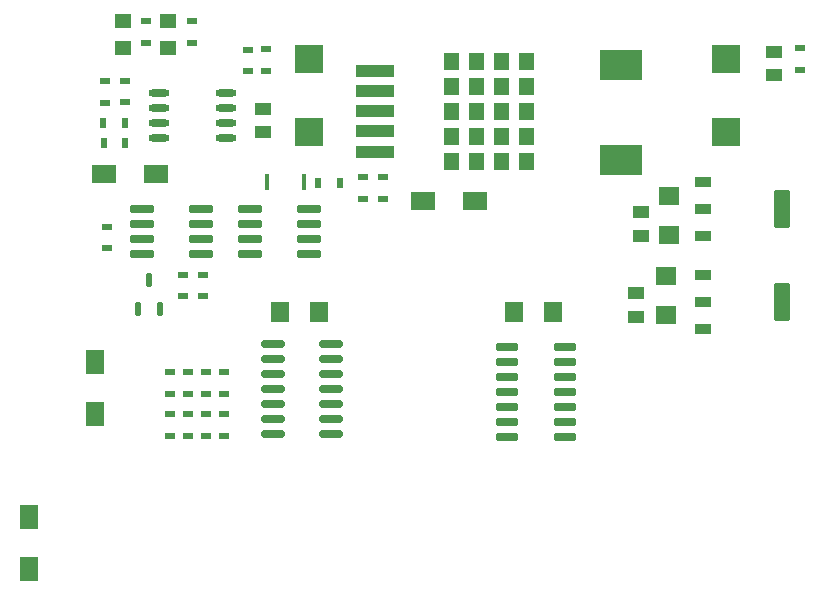
<source format=gtp>
G04*
G04 #@! TF.GenerationSoftware,Altium Limited,Altium Designer,20.2.6 (244)*
G04*
G04 Layer_Color=8421504*
%FSLAX24Y24*%
%MOIN*%
G70*
G04*
G04 #@! TF.SameCoordinates,138FFB06-442B-41CF-B478-29EAC48853A1*
G04*
G04*
G04 #@! TF.FilePolarity,Positive*
G04*
G01*
G75*
%ADD17R,0.0650X0.0600*%
%ADD18R,0.0550X0.0433*%
G04:AMPARAMS|DCode=19|XSize=36.6mil|YSize=51.6mil|CornerRadius=2.7mil|HoleSize=0mil|Usage=FLASHONLY|Rotation=270.000|XOffset=0mil|YOffset=0mil|HoleType=Round|Shape=RoundedRectangle|*
%AMROUNDEDRECTD19*
21,1,0.0366,0.0461,0,0,270.0*
21,1,0.0311,0.0516,0,0,270.0*
1,1,0.0055,-0.0230,-0.0156*
1,1,0.0055,-0.0230,0.0156*
1,1,0.0055,0.0230,0.0156*
1,1,0.0055,0.0230,-0.0156*
%
%ADD19ROUNDEDRECTD19*%
G04:AMPARAMS|DCode=20|XSize=127.6mil|YSize=51.6mil|CornerRadius=3.9mil|HoleSize=0mil|Usage=FLASHONLY|Rotation=270.000|XOffset=0mil|YOffset=0mil|HoleType=Round|Shape=RoundedRectangle|*
%AMROUNDEDRECTD20*
21,1,0.1276,0.0438,0,0,270.0*
21,1,0.1198,0.0516,0,0,270.0*
1,1,0.0077,-0.0219,-0.0599*
1,1,0.0077,-0.0219,0.0599*
1,1,0.0077,0.0219,0.0599*
1,1,0.0077,0.0219,-0.0599*
%
%ADD20ROUNDEDRECTD20*%
G04:AMPARAMS|DCode=21|XSize=74.8mil|YSize=23.6mil|CornerRadius=3mil|HoleSize=0mil|Usage=FLASHONLY|Rotation=0.000|XOffset=0mil|YOffset=0mil|HoleType=Round|Shape=RoundedRectangle|*
%AMROUNDEDRECTD21*
21,1,0.0748,0.0177,0,0,0.0*
21,1,0.0689,0.0236,0,0,0.0*
1,1,0.0059,0.0344,-0.0089*
1,1,0.0059,-0.0344,-0.0089*
1,1,0.0059,-0.0344,0.0089*
1,1,0.0059,0.0344,0.0089*
%
%ADD21ROUNDEDRECTD21*%
%ADD22R,0.0600X0.0650*%
%ADD23R,0.0354X0.0236*%
%ADD24R,0.0965X0.0925*%
%ADD25R,0.1417X0.1043*%
%ADD26R,0.1264X0.0413*%
%ADD27R,0.0827X0.0610*%
%ADD28R,0.0236X0.0354*%
G04:AMPARAMS|DCode=29|XSize=77.6mil|YSize=23.6mil|CornerRadius=3mil|HoleSize=0mil|Usage=FLASHONLY|Rotation=180.000|XOffset=0mil|YOffset=0mil|HoleType=Round|Shape=RoundedRectangle|*
%AMROUNDEDRECTD29*
21,1,0.0776,0.0177,0,0,180.0*
21,1,0.0717,0.0236,0,0,180.0*
1,1,0.0059,-0.0358,0.0089*
1,1,0.0059,0.0358,0.0089*
1,1,0.0059,0.0358,-0.0089*
1,1,0.0059,-0.0358,-0.0089*
%
%ADD29ROUNDEDRECTD29*%
%ADD30R,0.0154X0.0571*%
%ADD31R,0.0550X0.0500*%
%ADD32O,0.0709X0.0236*%
G04:AMPARAMS|DCode=33|XSize=47.6mil|YSize=23.2mil|CornerRadius=5.8mil|HoleSize=0mil|Usage=FLASHONLY|Rotation=90.000|XOffset=0mil|YOffset=0mil|HoleType=Round|Shape=RoundedRectangle|*
%AMROUNDEDRECTD33*
21,1,0.0476,0.0116,0,0,90.0*
21,1,0.0360,0.0232,0,0,90.0*
1,1,0.0116,0.0058,0.0180*
1,1,0.0116,0.0058,-0.0180*
1,1,0.0116,-0.0058,-0.0180*
1,1,0.0116,-0.0058,0.0180*
%
%ADD33ROUNDEDRECTD33*%
G04:AMPARAMS|DCode=34|XSize=77.6mil|YSize=23.6mil|CornerRadius=5.9mil|HoleSize=0mil|Usage=FLASHONLY|Rotation=0.000|XOffset=0mil|YOffset=0mil|HoleType=Round|Shape=RoundedRectangle|*
%AMROUNDEDRECTD34*
21,1,0.0776,0.0118,0,0,0.0*
21,1,0.0657,0.0236,0,0,0.0*
1,1,0.0118,0.0329,-0.0059*
1,1,0.0118,-0.0329,-0.0059*
1,1,0.0118,-0.0329,0.0059*
1,1,0.0118,0.0329,0.0059*
%
%ADD34ROUNDEDRECTD34*%
%ADD35R,0.0610X0.0827*%
G36*
X17828Y21282D02*
X17332D01*
Y21841D01*
X17828D01*
Y21282D01*
D02*
G37*
G36*
X16993D02*
X16497D01*
Y21841D01*
X16993D01*
Y21282D01*
D02*
G37*
G36*
X16159D02*
X15663D01*
Y21841D01*
X16159D01*
Y21282D01*
D02*
G37*
G36*
X15324D02*
X14828D01*
Y21841D01*
X15324D01*
Y21282D01*
D02*
G37*
G36*
X17828Y20451D02*
X17332D01*
Y21010D01*
X17828D01*
Y20451D01*
D02*
G37*
G36*
X16993D02*
X16497D01*
Y21010D01*
X16993D01*
Y20451D01*
D02*
G37*
G36*
X16159D02*
X15663D01*
Y21010D01*
X16159D01*
Y20451D01*
D02*
G37*
G36*
X15324D02*
X14828D01*
Y21010D01*
X15324D01*
Y20451D01*
D02*
G37*
G36*
X17828Y19620D02*
X17332D01*
Y20180D01*
X17828D01*
Y19620D01*
D02*
G37*
G36*
X16993D02*
X16497D01*
Y20180D01*
X16993D01*
Y19620D01*
D02*
G37*
G36*
X16159D02*
X15663D01*
Y20180D01*
X16159D01*
Y19620D01*
D02*
G37*
G36*
X15324D02*
X14828D01*
Y20180D01*
X15324D01*
Y19620D01*
D02*
G37*
G36*
X17828Y18790D02*
X17332D01*
Y19349D01*
X17828D01*
Y18790D01*
D02*
G37*
G36*
X16993D02*
X16497D01*
Y19349D01*
X16993D01*
Y18790D01*
D02*
G37*
G36*
X16159D02*
X15663D01*
Y19349D01*
X16159D01*
Y18790D01*
D02*
G37*
G36*
X15324D02*
X14828D01*
Y19349D01*
X15324D01*
Y18790D01*
D02*
G37*
G36*
X17828Y17959D02*
X17332D01*
Y18518D01*
X17828D01*
Y17959D01*
D02*
G37*
G36*
X16993D02*
X16497D01*
Y18518D01*
X16993D01*
Y17959D01*
D02*
G37*
G36*
X16159D02*
X15663D01*
Y18518D01*
X16159D01*
Y17959D01*
D02*
G37*
G36*
X15324D02*
X14828D01*
Y18518D01*
X15324D01*
Y17959D01*
D02*
G37*
D17*
X22350Y15790D02*
D03*
Y17090D02*
D03*
X22250Y13100D02*
D03*
Y14400D02*
D03*
D18*
X21400Y15756D02*
D03*
Y16544D02*
D03*
X21250Y13050D02*
D03*
Y13837D02*
D03*
X25850Y21106D02*
D03*
Y21894D02*
D03*
X8800Y19200D02*
D03*
Y19987D02*
D03*
D19*
X23483Y17552D02*
D03*
Y16650D02*
D03*
Y15748D02*
D03*
Y14452D02*
D03*
Y13550D02*
D03*
Y12648D02*
D03*
D20*
X26117Y16650D02*
D03*
Y13550D02*
D03*
D21*
X18867Y12063D02*
D03*
Y11563D02*
D03*
Y11063D02*
D03*
Y10563D02*
D03*
Y10063D02*
D03*
Y9563D02*
D03*
Y9063D02*
D03*
X16933D02*
D03*
Y9563D02*
D03*
Y10063D02*
D03*
Y10563D02*
D03*
Y11063D02*
D03*
Y11563D02*
D03*
Y12063D02*
D03*
D22*
X17190Y13210D02*
D03*
X18490D02*
D03*
X10660Y13200D02*
D03*
X9360D02*
D03*
D23*
X26700Y21290D02*
D03*
X26700Y22005D02*
D03*
X12800Y16985D02*
D03*
X12800Y17700D02*
D03*
X12150Y16985D02*
D03*
X12150Y17700D02*
D03*
X8900Y21250D02*
D03*
X8900Y21965D02*
D03*
X8300Y21950D02*
D03*
X8300Y21235D02*
D03*
X6450Y22900D02*
D03*
X6450Y22185D02*
D03*
X4900Y22900D02*
D03*
X4900Y22185D02*
D03*
X4200Y20915D02*
D03*
X4200Y20200D02*
D03*
X3550Y20185D02*
D03*
X3550Y20900D02*
D03*
X6800Y14450D02*
D03*
X6800Y13735D02*
D03*
X6150Y14450D02*
D03*
X6150Y13735D02*
D03*
X7500Y10485D02*
D03*
X7500Y11200D02*
D03*
X6900Y10484D02*
D03*
X6900Y11199D02*
D03*
X6300Y10484D02*
D03*
X6300Y11199D02*
D03*
X5700Y10484D02*
D03*
X5700Y11199D02*
D03*
X6900Y9085D02*
D03*
X6900Y9800D02*
D03*
X6300Y9085D02*
D03*
X6300Y9800D02*
D03*
X7500Y9085D02*
D03*
X7500Y9800D02*
D03*
X5700Y9085D02*
D03*
X5700Y9800D02*
D03*
X3600Y15335D02*
D03*
X3600Y16050D02*
D03*
D24*
X24250Y19200D02*
D03*
Y21641D02*
D03*
X10350D02*
D03*
Y19200D02*
D03*
D25*
X20750Y21435D02*
D03*
Y18265D02*
D03*
D26*
X12537Y21239D02*
D03*
Y20569D02*
D03*
Y19900D02*
D03*
Y19231D02*
D03*
Y18561D02*
D03*
D27*
X15866Y16900D02*
D03*
X14134D02*
D03*
X3500Y17800D02*
D03*
X5232D02*
D03*
D28*
X11365Y17500D02*
D03*
X10650Y17500D02*
D03*
X3485Y19500D02*
D03*
X4200Y19500D02*
D03*
X3500Y18850D02*
D03*
X4215Y18850D02*
D03*
D29*
X8376Y15150D02*
D03*
Y15650D02*
D03*
Y16150D02*
D03*
Y16650D02*
D03*
X10324D02*
D03*
Y16150D02*
D03*
Y15650D02*
D03*
Y15150D02*
D03*
X6724Y16650D02*
D03*
Y16150D02*
D03*
Y15650D02*
D03*
Y15150D02*
D03*
X4776D02*
D03*
Y15650D02*
D03*
Y16150D02*
D03*
Y16650D02*
D03*
D30*
X10162Y17550D02*
D03*
X8938D02*
D03*
D31*
X5650Y22900D02*
D03*
Y22000D02*
D03*
X4150Y22900D02*
D03*
Y22000D02*
D03*
D32*
X5338Y20500D02*
D03*
Y20000D02*
D03*
Y19500D02*
D03*
Y19000D02*
D03*
X7562Y20500D02*
D03*
Y20000D02*
D03*
Y19500D02*
D03*
Y19000D02*
D03*
D33*
X5374Y13306D02*
D03*
X5000Y14294D02*
D03*
X4626Y13306D02*
D03*
D34*
X11074Y12150D02*
D03*
Y11650D02*
D03*
Y11150D02*
D03*
Y10650D02*
D03*
Y10150D02*
D03*
Y9650D02*
D03*
Y9150D02*
D03*
X9126D02*
D03*
Y9650D02*
D03*
Y10150D02*
D03*
Y10650D02*
D03*
Y11150D02*
D03*
Y11650D02*
D03*
Y12150D02*
D03*
D35*
X3200Y11550D02*
D03*
Y9818D02*
D03*
X1000Y6366D02*
D03*
Y4634D02*
D03*
M02*

</source>
